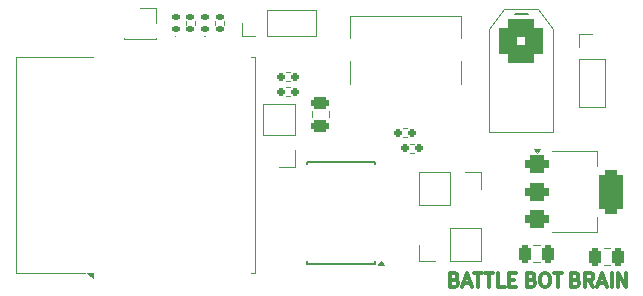
<source format=gbr>
%TF.GenerationSoftware,KiCad,Pcbnew,9.0.3*%
%TF.CreationDate,2025-08-11T12:53:14-05:00*%
%TF.ProjectId,Battle_Bot_Mind,42617474-6c65-45f4-926f-745f4d696e64,rev?*%
%TF.SameCoordinates,Original*%
%TF.FileFunction,Legend,Top*%
%TF.FilePolarity,Positive*%
%FSLAX46Y46*%
G04 Gerber Fmt 4.6, Leading zero omitted, Abs format (unit mm)*
G04 Created by KiCad (PCBNEW 9.0.3) date 2025-08-11 12:53:14*
%MOMM*%
%LPD*%
G01*
G04 APERTURE LIST*
G04 Aperture macros list*
%AMRoundRect*
0 Rectangle with rounded corners*
0 $1 Rounding radius*
0 $2 $3 $4 $5 $6 $7 $8 $9 X,Y pos of 4 corners*
0 Add a 4 corners polygon primitive as box body*
4,1,4,$2,$3,$4,$5,$6,$7,$8,$9,$2,$3,0*
0 Add four circle primitives for the rounded corners*
1,1,$1+$1,$2,$3*
1,1,$1+$1,$4,$5*
1,1,$1+$1,$6,$7*
1,1,$1+$1,$8,$9*
0 Add four rect primitives between the rounded corners*
20,1,$1+$1,$2,$3,$4,$5,0*
20,1,$1+$1,$4,$5,$6,$7,0*
20,1,$1+$1,$6,$7,$8,$9,0*
20,1,$1+$1,$8,$9,$2,$3,0*%
G04 Aperture macros list end*
%ADD10C,0.300000*%
%ADD11C,0.150000*%
%ADD12C,0.120000*%
%ADD13C,0.100000*%
%ADD14RoundRect,0.760000X-1.140000X1.140000X-1.140000X-1.140000X1.140000X-1.140000X1.140000X1.140000X0*%
%ADD15C,4.000000*%
%ADD16R,0.900000X1.500000*%
%ADD17C,0.600000*%
%ADD18R,2.900000X2.900000*%
%ADD19R,1.700000X1.700000*%
%ADD20RoundRect,0.135000X0.185000X-0.135000X0.185000X0.135000X-0.185000X0.135000X-0.185000X-0.135000X0*%
%ADD21RoundRect,0.160000X0.197500X0.160000X-0.197500X0.160000X-0.197500X-0.160000X0.197500X-0.160000X0*%
%ADD22R,1.350000X1.350000*%
%ADD23C,1.350000*%
%ADD24RoundRect,0.160000X-0.197500X-0.160000X0.197500X-0.160000X0.197500X0.160000X-0.197500X0.160000X0*%
%ADD25C,1.700000*%
%ADD26C,0.650000*%
%ADD27R,0.600000X1.450000*%
%ADD28R,0.300000X1.450000*%
%ADD29O,1.000000X2.100000*%
%ADD30O,1.000000X1.600000*%
%ADD31RoundRect,0.147500X0.172500X-0.147500X0.172500X0.147500X-0.172500X0.147500X-0.172500X-0.147500X0*%
%ADD32RoundRect,0.250000X-0.475000X0.250000X-0.475000X-0.250000X0.475000X-0.250000X0.475000X0.250000X0*%
%ADD33R,1.750000X0.450000*%
%ADD34RoundRect,0.375000X-0.625000X-0.375000X0.625000X-0.375000X0.625000X0.375000X-0.625000X0.375000X0*%
%ADD35RoundRect,0.500000X-0.500000X-1.400000X0.500000X-1.400000X0.500000X1.400000X-0.500000X1.400000X0*%
%ADD36RoundRect,0.250000X-0.250000X-0.475000X0.250000X-0.475000X0.250000X0.475000X-0.250000X0.475000X0*%
%ADD37RoundRect,0.250000X0.250000X0.475000X-0.250000X0.475000X-0.250000X-0.475000X0.250000X-0.475000X0*%
G04 APERTURE END LIST*
D10*
X137133082Y-93958971D02*
X137304510Y-94016114D01*
X137304510Y-94016114D02*
X137361653Y-94073257D01*
X137361653Y-94073257D02*
X137418796Y-94187542D01*
X137418796Y-94187542D02*
X137418796Y-94358971D01*
X137418796Y-94358971D02*
X137361653Y-94473257D01*
X137361653Y-94473257D02*
X137304510Y-94530400D01*
X137304510Y-94530400D02*
X137190225Y-94587542D01*
X137190225Y-94587542D02*
X136733082Y-94587542D01*
X136733082Y-94587542D02*
X136733082Y-93387542D01*
X136733082Y-93387542D02*
X137133082Y-93387542D01*
X137133082Y-93387542D02*
X137247368Y-93444685D01*
X137247368Y-93444685D02*
X137304510Y-93501828D01*
X137304510Y-93501828D02*
X137361653Y-93616114D01*
X137361653Y-93616114D02*
X137361653Y-93730400D01*
X137361653Y-93730400D02*
X137304510Y-93844685D01*
X137304510Y-93844685D02*
X137247368Y-93901828D01*
X137247368Y-93901828D02*
X137133082Y-93958971D01*
X137133082Y-93958971D02*
X136733082Y-93958971D01*
X137875939Y-94244685D02*
X138447368Y-94244685D01*
X137761653Y-94587542D02*
X138161653Y-93387542D01*
X138161653Y-93387542D02*
X138561653Y-94587542D01*
X138790224Y-93387542D02*
X139475939Y-93387542D01*
X139133081Y-94587542D02*
X139133081Y-93387542D01*
X139704510Y-93387542D02*
X140390225Y-93387542D01*
X140047367Y-94587542D02*
X140047367Y-93387542D01*
X141361653Y-94587542D02*
X140790225Y-94587542D01*
X140790225Y-94587542D02*
X140790225Y-93387542D01*
X141761654Y-93958971D02*
X142161654Y-93958971D01*
X142333082Y-94587542D02*
X141761654Y-94587542D01*
X141761654Y-94587542D02*
X141761654Y-93387542D01*
X141761654Y-93387542D02*
X142333082Y-93387542D01*
X147383082Y-93958971D02*
X147554510Y-94016114D01*
X147554510Y-94016114D02*
X147611653Y-94073257D01*
X147611653Y-94073257D02*
X147668796Y-94187542D01*
X147668796Y-94187542D02*
X147668796Y-94358971D01*
X147668796Y-94358971D02*
X147611653Y-94473257D01*
X147611653Y-94473257D02*
X147554510Y-94530400D01*
X147554510Y-94530400D02*
X147440225Y-94587542D01*
X147440225Y-94587542D02*
X146983082Y-94587542D01*
X146983082Y-94587542D02*
X146983082Y-93387542D01*
X146983082Y-93387542D02*
X147383082Y-93387542D01*
X147383082Y-93387542D02*
X147497368Y-93444685D01*
X147497368Y-93444685D02*
X147554510Y-93501828D01*
X147554510Y-93501828D02*
X147611653Y-93616114D01*
X147611653Y-93616114D02*
X147611653Y-93730400D01*
X147611653Y-93730400D02*
X147554510Y-93844685D01*
X147554510Y-93844685D02*
X147497368Y-93901828D01*
X147497368Y-93901828D02*
X147383082Y-93958971D01*
X147383082Y-93958971D02*
X146983082Y-93958971D01*
X148868796Y-94587542D02*
X148468796Y-94016114D01*
X148183082Y-94587542D02*
X148183082Y-93387542D01*
X148183082Y-93387542D02*
X148640225Y-93387542D01*
X148640225Y-93387542D02*
X148754510Y-93444685D01*
X148754510Y-93444685D02*
X148811653Y-93501828D01*
X148811653Y-93501828D02*
X148868796Y-93616114D01*
X148868796Y-93616114D02*
X148868796Y-93787542D01*
X148868796Y-93787542D02*
X148811653Y-93901828D01*
X148811653Y-93901828D02*
X148754510Y-93958971D01*
X148754510Y-93958971D02*
X148640225Y-94016114D01*
X148640225Y-94016114D02*
X148183082Y-94016114D01*
X149325939Y-94244685D02*
X149897368Y-94244685D01*
X149211653Y-94587542D02*
X149611653Y-93387542D01*
X149611653Y-93387542D02*
X150011653Y-94587542D01*
X150411653Y-94587542D02*
X150411653Y-93387542D01*
X150983082Y-94587542D02*
X150983082Y-93387542D01*
X150983082Y-93387542D02*
X151668796Y-94587542D01*
X151668796Y-94587542D02*
X151668796Y-93387542D01*
X143633082Y-93958971D02*
X143804510Y-94016114D01*
X143804510Y-94016114D02*
X143861653Y-94073257D01*
X143861653Y-94073257D02*
X143918796Y-94187542D01*
X143918796Y-94187542D02*
X143918796Y-94358971D01*
X143918796Y-94358971D02*
X143861653Y-94473257D01*
X143861653Y-94473257D02*
X143804510Y-94530400D01*
X143804510Y-94530400D02*
X143690225Y-94587542D01*
X143690225Y-94587542D02*
X143233082Y-94587542D01*
X143233082Y-94587542D02*
X143233082Y-93387542D01*
X143233082Y-93387542D02*
X143633082Y-93387542D01*
X143633082Y-93387542D02*
X143747368Y-93444685D01*
X143747368Y-93444685D02*
X143804510Y-93501828D01*
X143804510Y-93501828D02*
X143861653Y-93616114D01*
X143861653Y-93616114D02*
X143861653Y-93730400D01*
X143861653Y-93730400D02*
X143804510Y-93844685D01*
X143804510Y-93844685D02*
X143747368Y-93901828D01*
X143747368Y-93901828D02*
X143633082Y-93958971D01*
X143633082Y-93958971D02*
X143233082Y-93958971D01*
X144661653Y-93387542D02*
X144890225Y-93387542D01*
X144890225Y-93387542D02*
X145004510Y-93444685D01*
X145004510Y-93444685D02*
X145118796Y-93558971D01*
X145118796Y-93558971D02*
X145175939Y-93787542D01*
X145175939Y-93787542D02*
X145175939Y-94187542D01*
X145175939Y-94187542D02*
X145118796Y-94416114D01*
X145118796Y-94416114D02*
X145004510Y-94530400D01*
X145004510Y-94530400D02*
X144890225Y-94587542D01*
X144890225Y-94587542D02*
X144661653Y-94587542D01*
X144661653Y-94587542D02*
X144547368Y-94530400D01*
X144547368Y-94530400D02*
X144433082Y-94416114D01*
X144433082Y-94416114D02*
X144375939Y-94187542D01*
X144375939Y-94187542D02*
X144375939Y-93787542D01*
X144375939Y-93787542D02*
X144433082Y-93558971D01*
X144433082Y-93558971D02*
X144547368Y-93444685D01*
X144547368Y-93444685D02*
X144661653Y-93387542D01*
X145518796Y-93387542D02*
X146204511Y-93387542D01*
X145861653Y-94587542D02*
X145861653Y-93387542D01*
D11*
X142864700Y-74321428D02*
X142864700Y-73178571D01*
X143436128Y-73749999D02*
X142293271Y-73749999D01*
X142203571Y-71489700D02*
X143346429Y-71489700D01*
D12*
%TO.C,J2*%
X140040000Y-72740000D02*
X140040000Y-81460000D01*
X141340000Y-71040000D02*
X140040000Y-72740000D01*
X144160000Y-71040000D02*
X141340000Y-71040000D01*
X144160000Y-71040000D02*
X145460000Y-72740000D01*
X145460000Y-72740000D02*
X145460000Y-81460000D01*
X145460000Y-81460000D02*
X140040000Y-81460000D01*
%TO.C,U1*%
X99990000Y-75140000D02*
X106490000Y-75140000D01*
X99990000Y-93360000D02*
X99990000Y-75140000D01*
X99990000Y-93360000D02*
X105800000Y-93360000D01*
X119910000Y-75140000D02*
X120210000Y-75140000D01*
X119910000Y-93360000D02*
X120210000Y-93360000D01*
X120210000Y-93360000D02*
X120210000Y-75140000D01*
X106500000Y-93850000D02*
X106000000Y-93350000D01*
X106500000Y-93350000D01*
X106500000Y-93850000D01*
G36*
X106500000Y-93850000D02*
G01*
X106000000Y-93350000D01*
X106500000Y-93350000D01*
X106500000Y-93850000D01*
G37*
%TO.C,J4*%
X109170000Y-73460000D02*
X109170000Y-73580000D01*
X109170000Y-73580000D02*
X111830000Y-73580000D01*
X110500000Y-70920000D02*
X111830000Y-70920000D01*
X111830000Y-70920000D02*
X111830000Y-72250000D01*
X111830000Y-73460000D02*
X111830000Y-73580000D01*
%TO.C,R4*%
X114370000Y-72363641D02*
X114370000Y-72056359D01*
X115130000Y-72363641D02*
X115130000Y-72056359D01*
%TO.C,R6*%
X123167621Y-76408000D02*
X122832379Y-76408000D01*
X123167621Y-77168000D02*
X122832379Y-77168000D01*
%TO.C,DBG1*%
X119140000Y-73360000D02*
X119140000Y-72250000D01*
X120250000Y-73360000D02*
X119140000Y-73360000D01*
X121250000Y-71140000D02*
X125360000Y-71140000D01*
X121250000Y-73360000D02*
X121250000Y-71140000D01*
X121250000Y-73360000D02*
X125360000Y-73360000D01*
X125360000Y-73360000D02*
X125360000Y-71140000D01*
%TO.C,R5*%
X123167621Y-77658000D02*
X122832379Y-77658000D01*
X123167621Y-78418000D02*
X122832379Y-78418000D01*
%TO.C,R1*%
X133332379Y-82430000D02*
X133667621Y-82430000D01*
X133332379Y-83190000D02*
X133667621Y-83190000D01*
%TO.C,M2*%
X134095000Y-92380000D02*
X134095000Y-91000000D01*
X135475000Y-92380000D02*
X134095000Y-92380000D01*
X136745000Y-89620000D02*
X139395000Y-89620000D01*
X136745000Y-92380000D02*
X136745000Y-89620000D01*
X136745000Y-92380000D02*
X139395000Y-92380000D01*
X139395000Y-92380000D02*
X139395000Y-89620000D01*
%TO.C,J1*%
X128300000Y-73500000D02*
X128300000Y-71600000D01*
X128300000Y-77400000D02*
X128300000Y-75400000D01*
X137700000Y-71600000D02*
X128300000Y-71600000D01*
X137700000Y-73500000D02*
X137700000Y-71600000D01*
X137700000Y-77400000D02*
X137700000Y-75400000D01*
%TO.C,M1*%
X134080000Y-84870000D02*
X134080000Y-87630000D01*
X136730000Y-84870000D02*
X134080000Y-84870000D01*
X136730000Y-84870000D02*
X136730000Y-87630000D01*
X136730000Y-87630000D02*
X134080000Y-87630000D01*
X138000000Y-84870000D02*
X139380000Y-84870000D01*
X139380000Y-84870000D02*
X139380000Y-86250000D01*
D13*
%TO.C,D1*%
X116050000Y-73325000D02*
G75*
G02*
X115950000Y-73325000I-50000J0D01*
G01*
X115950000Y-73325000D02*
G75*
G02*
X116050000Y-73325000I50000J0D01*
G01*
D12*
%TO.C,C1*%
X125015000Y-79688748D02*
X125015000Y-80211252D01*
X126485000Y-79688748D02*
X126485000Y-80211252D01*
D11*
%TO.C,U2*%
X124625000Y-83950000D02*
X124625000Y-84175000D01*
X124625000Y-92600000D02*
X124625000Y-92375000D01*
X130375000Y-83950000D02*
X124625000Y-83950000D01*
X130375000Y-83950000D02*
X130375000Y-84175000D01*
X130375000Y-92600000D02*
X124625000Y-92600000D01*
X130375000Y-92600000D02*
X130375000Y-92375000D01*
D12*
X131115000Y-92680000D02*
X130635000Y-92680000D01*
X130875000Y-92350000D01*
X131115000Y-92680000D01*
G36*
X131115000Y-92680000D02*
G01*
X130635000Y-92680000D01*
X130875000Y-92350000D01*
X131115000Y-92680000D01*
G37*
%TO.C,R3*%
X116870000Y-72363641D02*
X116870000Y-72056359D01*
X117630000Y-72363641D02*
X117630000Y-72056359D01*
%TO.C,M3*%
X120870000Y-81730000D02*
X120870000Y-79080000D01*
X123630000Y-79080000D02*
X120870000Y-79080000D01*
X123630000Y-81730000D02*
X120870000Y-81730000D01*
X123630000Y-81730000D02*
X123630000Y-79080000D01*
X123630000Y-83000000D02*
X123630000Y-84380000D01*
X123630000Y-84380000D02*
X122250000Y-84380000D01*
D13*
%TO.C,D2*%
X113550000Y-73325000D02*
G75*
G02*
X113450000Y-73325000I-50000J0D01*
G01*
X113450000Y-73325000D02*
G75*
G02*
X113550000Y-73325000I50000J0D01*
G01*
D12*
%TO.C,U4*%
X145400000Y-83090000D02*
X149160000Y-83090000D01*
X145400000Y-89910000D02*
X149160000Y-89910000D01*
X149160000Y-83090000D02*
X149160000Y-84350000D01*
X149160000Y-89910000D02*
X149160000Y-88650000D01*
X144120000Y-83190000D02*
X143880000Y-82860000D01*
X144360000Y-82860000D01*
X144120000Y-83190000D01*
G36*
X144120000Y-83190000D02*
G01*
X143880000Y-82860000D01*
X144360000Y-82860000D01*
X144120000Y-83190000D01*
G37*
%TO.C,C6*%
X143788748Y-91015000D02*
X144311252Y-91015000D01*
X143788748Y-92485000D02*
X144311252Y-92485000D01*
%TO.C,C5*%
X150261252Y-91265000D02*
X149738748Y-91265000D01*
X150261252Y-92735000D02*
X149738748Y-92735000D01*
%TO.C,R2*%
X133070121Y-81120000D02*
X132734879Y-81120000D01*
X133070121Y-81880000D02*
X132734879Y-81880000D01*
%TO.C,J3*%
X147640000Y-73140000D02*
X148750000Y-73140000D01*
X147640000Y-74250000D02*
X147640000Y-73140000D01*
X147640000Y-75250000D02*
X147640000Y-79360000D01*
X147640000Y-75250000D02*
X149860000Y-75250000D01*
X147640000Y-79360000D02*
X149860000Y-79360000D01*
X149860000Y-75250000D02*
X149860000Y-79360000D01*
%TD*%
%LPC*%
D14*
%TO.C,J2*%
X142750000Y-73750000D03*
D15*
X142750000Y-78750000D03*
%TD*%
D16*
%TO.C,U1*%
X107200000Y-93000000D03*
X108700000Y-93000000D03*
X110200000Y-93000000D03*
X111700000Y-93000000D03*
X113200000Y-93000000D03*
X114700000Y-93000000D03*
X116200000Y-93000000D03*
X117700000Y-93000000D03*
X119200000Y-93000000D03*
X119200000Y-75500000D03*
X117700000Y-75500000D03*
X116200000Y-75500000D03*
X114700000Y-75500000D03*
X113200000Y-75500000D03*
X111700000Y-75500000D03*
X110200000Y-75500000D03*
X108700000Y-75500000D03*
X107200000Y-75500000D03*
D17*
X112850000Y-84390000D03*
X113950000Y-84390000D03*
X112300000Y-83840000D03*
X113400000Y-83840000D03*
X114500000Y-83840000D03*
X112850000Y-83290000D03*
D18*
X113400000Y-83290000D03*
D17*
X113950000Y-83290000D03*
X112300000Y-82740000D03*
X113400000Y-82740000D03*
X114500000Y-82740000D03*
X112850000Y-82190000D03*
X113950000Y-82190000D03*
%TD*%
D19*
%TO.C,J4*%
X110500000Y-72250000D03*
%TD*%
D20*
%TO.C,R4*%
X114750000Y-72720000D03*
X114750000Y-71700000D03*
%TD*%
D21*
%TO.C,R6*%
X123597500Y-76788000D03*
X122402500Y-76788000D03*
%TD*%
D22*
%TO.C,DBG1*%
X120250000Y-72250000D03*
D23*
X122250000Y-72250000D03*
X124250000Y-72250000D03*
%TD*%
D21*
%TO.C,R5*%
X123597500Y-78038000D03*
X122402500Y-78038000D03*
%TD*%
D24*
%TO.C,R1*%
X132902500Y-82810000D03*
X134097500Y-82810000D03*
%TD*%
D19*
%TO.C,M2*%
X135475000Y-91000000D03*
D25*
X138015000Y-91000000D03*
%TD*%
D26*
%TO.C,J1*%
X135890000Y-78100000D03*
X130110000Y-78100000D03*
D27*
X136250000Y-79545000D03*
X135450000Y-79545000D03*
D28*
X134250000Y-79545000D03*
X133250000Y-79545000D03*
X132750000Y-79545000D03*
X131750000Y-79545000D03*
D27*
X130550000Y-79545000D03*
X129750000Y-79545000D03*
X129750000Y-79545000D03*
X130550000Y-79545000D03*
D28*
X131250000Y-79545000D03*
X132250000Y-79545000D03*
X133750000Y-79545000D03*
X134750000Y-79545000D03*
D27*
X135450000Y-79545000D03*
X136250000Y-79545000D03*
D29*
X137320000Y-78630000D03*
D30*
X137320000Y-74450000D03*
D29*
X128680000Y-78630000D03*
D30*
X128680000Y-74450000D03*
%TD*%
D19*
%TO.C,M1*%
X138000000Y-86250000D03*
D25*
X135460000Y-86250000D03*
%TD*%
D31*
%TO.C,D1*%
X116000000Y-72720000D03*
X116000000Y-71750000D03*
%TD*%
D32*
%TO.C,C1*%
X125750000Y-79000000D03*
X125750000Y-80900000D03*
%TD*%
D33*
%TO.C,U2*%
X131100000Y-91850000D03*
X131100000Y-91200000D03*
X131100000Y-90550000D03*
X131100000Y-89900000D03*
X131100000Y-89250000D03*
X131100000Y-88600000D03*
X131100000Y-87950000D03*
X131100000Y-87300000D03*
X131100000Y-86650000D03*
X131100000Y-86000000D03*
X131100000Y-85350000D03*
X131100000Y-84700000D03*
X123900000Y-84700000D03*
X123900000Y-85350000D03*
X123900000Y-86000000D03*
X123900000Y-86650000D03*
X123900000Y-87300000D03*
X123900000Y-87950000D03*
X123900000Y-88600000D03*
X123900000Y-89250000D03*
X123900000Y-89900000D03*
X123900000Y-90550000D03*
X123900000Y-91200000D03*
X123900000Y-91850000D03*
%TD*%
D20*
%TO.C,R3*%
X117250000Y-72720000D03*
X117250000Y-71700000D03*
%TD*%
D19*
%TO.C,M3*%
X122250000Y-83000000D03*
D25*
X122250000Y-80460000D03*
%TD*%
D31*
%TO.C,D2*%
X113500000Y-72720000D03*
X113500000Y-71750000D03*
%TD*%
D34*
%TO.C,U4*%
X144100000Y-84200000D03*
X144100000Y-86500000D03*
D35*
X150400000Y-86500000D03*
D34*
X144100000Y-88800000D03*
%TD*%
D36*
%TO.C,C6*%
X143100000Y-91750000D03*
X145000000Y-91750000D03*
%TD*%
D37*
%TO.C,C5*%
X150950000Y-92000000D03*
X149050000Y-92000000D03*
%TD*%
D21*
%TO.C,R2*%
X133500000Y-81500000D03*
X132305000Y-81500000D03*
%TD*%
D22*
%TO.C,J3*%
X148750000Y-74250000D03*
D23*
X148750000Y-76250000D03*
X148750000Y-78250000D03*
%TD*%
%LPD*%
M02*

</source>
